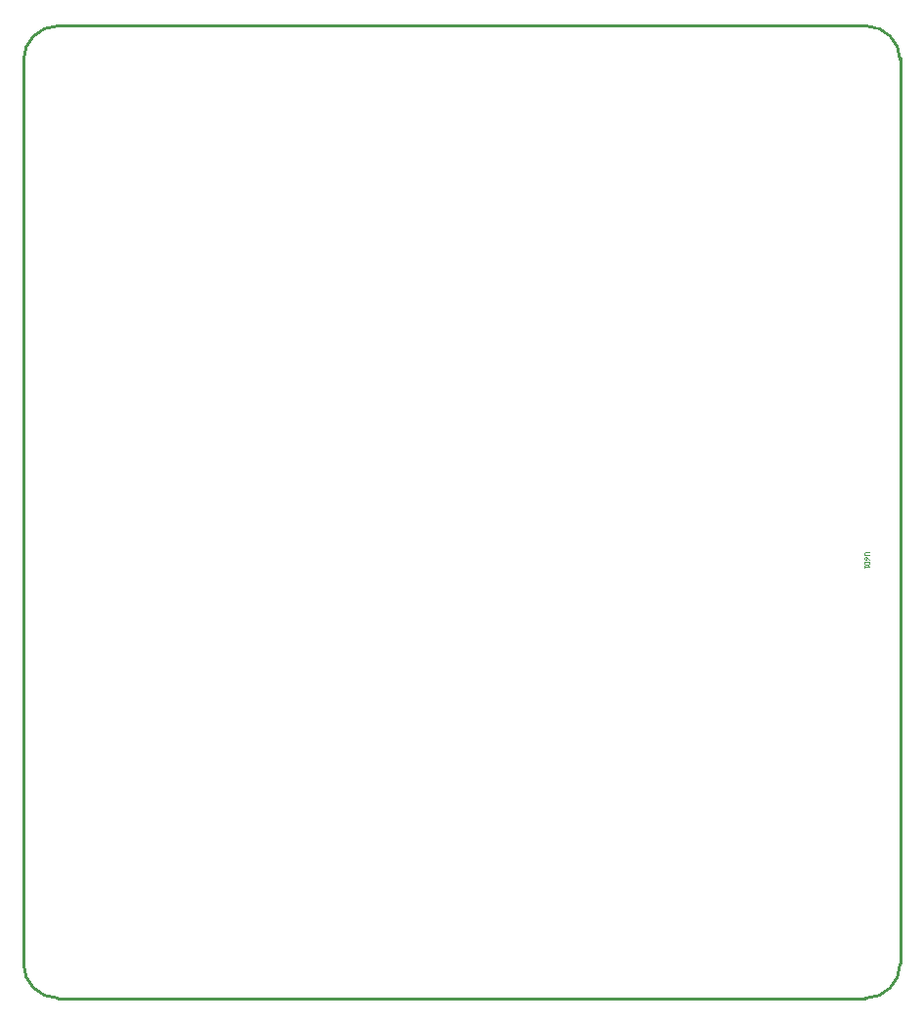
<source format=gbr>
%TF.GenerationSoftware,Altium Limited,Altium Designer,23.1.1 (15)*%
G04 Layer_Color=16711935*
%FSLAX45Y45*%
%MOMM*%
%TF.SameCoordinates,3B15BE60-5205-462F-B1BE-89E8C5D5736D*%
%TF.FilePolarity,Positive*%
%TF.FileFunction,Other,Mechanical_1*%
%TF.Part,Single*%
G01*
G75*
%TA.AperFunction,NonConductor*%
%ADD171C,0.25400*%
%ADD172C,0.06000*%
D171*
X13600000Y2900000D02*
G03*
X13900000Y3200000I0J300000D01*
G01*
X6600000Y11325000D02*
G03*
X6300000Y11025000I0J-300000D01*
G01*
X13900000D02*
G03*
X13600000Y11325000I-300000J0D01*
G01*
X6300000Y3200000D02*
G03*
X6600000Y2900000I300000J0D01*
G01*
X13900000Y9200000D02*
Y11050000D01*
X6300000Y9200000D02*
Y11025000D01*
X6600000Y11325000D02*
X13600000D01*
X6300000Y3200000D02*
Y9200000D01*
X6600000Y2900000D02*
X13600000D01*
X13900000Y3200000D02*
Y9200000D01*
D172*
X13629587Y6763500D02*
X13596265D01*
X13589600Y6756835D01*
Y6743506D01*
X13596265Y6736842D01*
X13629587D01*
Y6696855D02*
X13622922Y6710184D01*
X13609595Y6723513D01*
X13596265D01*
X13589600Y6716848D01*
Y6703519D01*
X13596265Y6696855D01*
X13602930D01*
X13609595Y6703519D01*
Y6723513D01*
X13622922Y6683526D02*
X13629587Y6676861D01*
Y6663532D01*
X13622922Y6656868D01*
X13596265D01*
X13589600Y6663532D01*
Y6676861D01*
X13596265Y6683526D01*
X13622922D01*
X13589600Y6643539D02*
Y6630210D01*
Y6636874D01*
X13629587D01*
X13622922Y6643539D01*
%TF.MD5,98e4c696618d4e6b343b63ed2e7b9408*%
M02*

</source>
